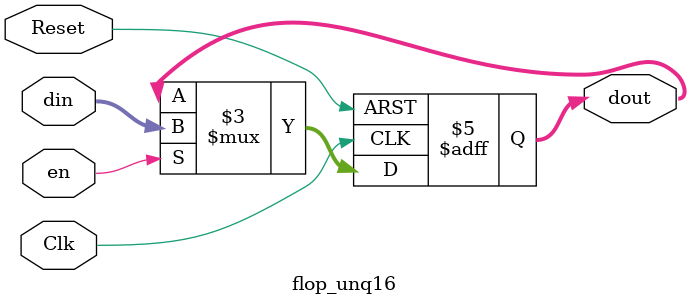
<source format=sv>

/* *****************************************************************************
 * File: flop.vp
 * 
 * Description:
 * Genesis2 flip-flop generator.
 * 
 * Required Genesis2 Controlable Parameters:
 * * Type		- Constant, Flop, RFlop, EFlop, or REFlop
 * * Width		- integer value specifying register width
 * * Default		- default value for the flop 
 *			 (only applies when flop_type=constant|rflop|reflop)
 * * SyncMode		- Sync or ASync flop * Change bar:
 * 
 * 
 * -----------
 * Date          Author   Description
 * Mar 30, 2010  shacham  init version  --  
 * May 20, 2014  jingpu   Add Async mode, change to active low reset
 * 
 * ****************************************************************************/


/*******************************************************************************
 * REQUIRED PARAMETERIZATION
 ******************************************************************************/
// Type (_GENESIS2_INHERITANCE_PRIORITY_) = REFlop
//
// Default (_GENESIS2_INHERITANCE_PRIORITY_) = 15
//
// Width (_GENESIS2_INHERITANCE_PRIORITY_) = 4
//
// SyncMode (_GENESIS2_DECLARATION_PRIORITY_) = ASync
//

module flop_unq16(
	       //inputs
	       input wire logic 		   Clk,
	       input wire logic [3:0]  din,
	       input wire logic 		   Reset,
	       input wire logic 		   en,

	       //outputs
	       output logic [3:0] dout
	       );


   /* synopsys dc_tcl_script_begin
    set_dont_retime [current_design] true
    set_optimize_registers false -design [current_design]
    */
   


   
   always_ff @(posedge Clk or negedge Reset) begin
      if (!Reset) 
	dout <= 4'hf;
      else if (en)
	dout <= din;
   end

endmodule : flop_unq16

</source>
